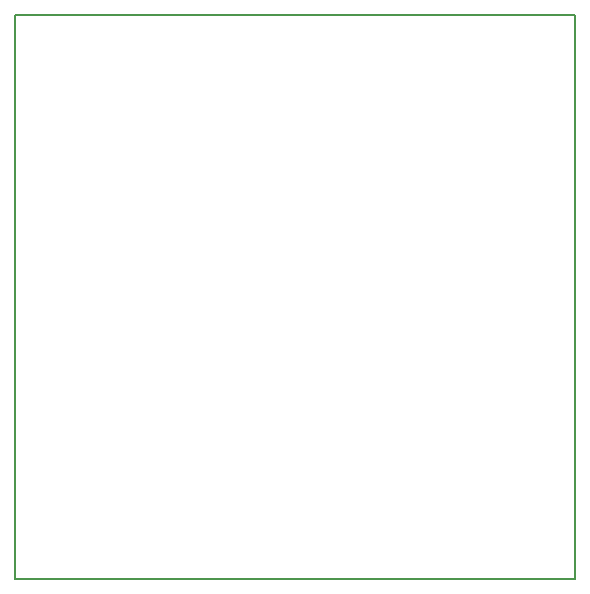
<source format=gbr>
%TF.GenerationSoftware,KiCad,Pcbnew,7.0.9*%
%TF.CreationDate,2023-12-12T21:37:17+00:00*%
%TF.ProjectId,watch_main,77617463-685f-46d6-9169-6e2e6b696361,rev?*%
%TF.SameCoordinates,Original*%
%TF.FileFunction,Profile,NP*%
%FSLAX46Y46*%
G04 Gerber Fmt 4.6, Leading zero omitted, Abs format (unit mm)*
G04 Created by KiCad (PCBNEW 7.0.9) date 2023-12-12 21:37:17*
%MOMM*%
%LPD*%
G01*
G04 APERTURE LIST*
%TA.AperFunction,Profile*%
%ADD10C,0.200000*%
%TD*%
G04 APERTURE END LIST*
D10*
X145200000Y-62100000D02*
X192600000Y-62100000D01*
X192600000Y-109800000D01*
X145200000Y-109800000D01*
X145200000Y-62100000D01*
M02*

</source>
